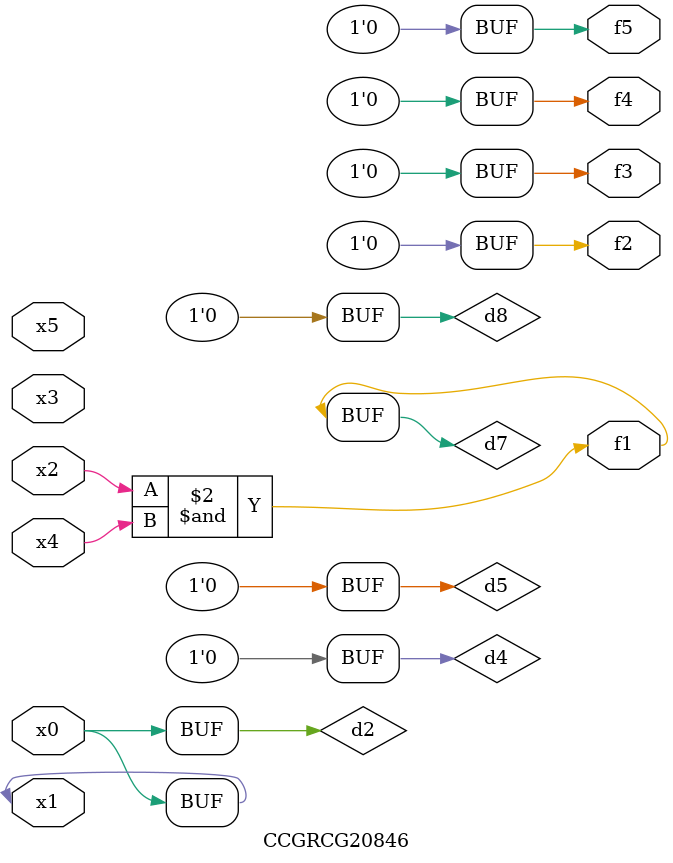
<source format=v>
module CCGRCG20846(
	input x0, x1, x2, x3, x4, x5,
	output f1, f2, f3, f4, f5
);

	wire d1, d2, d3, d4, d5, d6, d7, d8, d9;

	nand (d1, x1);
	buf (d2, x0, x1);
	nand (d3, x2, x4);
	and (d4, d1, d2);
	and (d5, d1, d2);
	nand (d6, d1, d3);
	not (d7, d3);
	xor (d8, d5);
	nor (d9, d5, d6);
	assign f1 = d7;
	assign f2 = d8;
	assign f3 = d8;
	assign f4 = d8;
	assign f5 = d8;
endmodule

</source>
